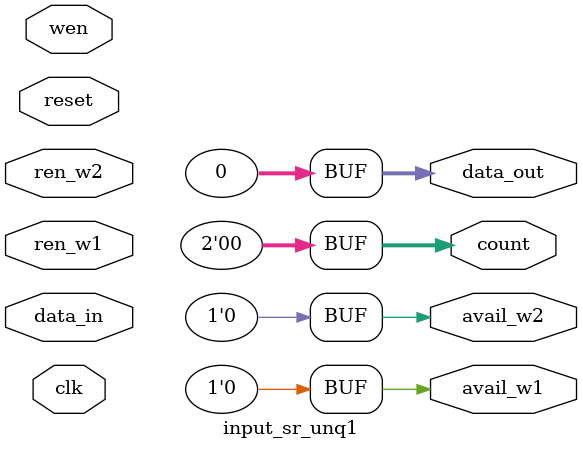
<source format=v>

`define xassert(condition, message)

module input_sr_unq1(
clk,
reset,
data_in,
wen,
data_out,
avail_w1,
avail_w2,
ren_w1,
ren_w2,
count
);

  input clk;
  input reset;
  input [15:0] data_in;
  input ren_w1;
  input ren_w2;
  input wen;
  output reg avail_w1;
  output reg avail_w2;
  output reg [31:0] data_out;
   output reg [1:0] count;
   
   assign avail_w1 = 0;
   assign avail_w2 = 0;
   assign data_out = 0;
   assign count = 0;
  

endmodule


</source>
